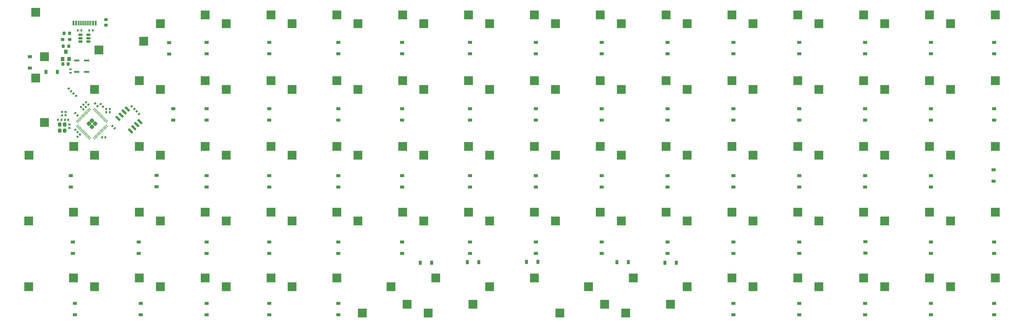
<source format=gbp>
%TF.GenerationSoftware,KiCad,Pcbnew,(6.0.4)*%
%TF.CreationDate,2022-09-08T11:43:24+01:00*%
%TF.ProjectId,nova75,6e6f7661-3735-42e6-9b69-6361645f7063,rev?*%
%TF.SameCoordinates,Original*%
%TF.FileFunction,Paste,Bot*%
%TF.FilePolarity,Positive*%
%FSLAX46Y46*%
G04 Gerber Fmt 4.6, Leading zero omitted, Abs format (unit mm)*
G04 Created by KiCad (PCBNEW (6.0.4)) date 2022-09-08 11:43:24*
%MOMM*%
%LPD*%
G01*
G04 APERTURE LIST*
G04 Aperture macros list*
%AMRoundRect*
0 Rectangle with rounded corners*
0 $1 Rounding radius*
0 $2 $3 $4 $5 $6 $7 $8 $9 X,Y pos of 4 corners*
0 Add a 4 corners polygon primitive as box body*
4,1,4,$2,$3,$4,$5,$6,$7,$8,$9,$2,$3,0*
0 Add four circle primitives for the rounded corners*
1,1,$1+$1,$2,$3*
1,1,$1+$1,$4,$5*
1,1,$1+$1,$6,$7*
1,1,$1+$1,$8,$9*
0 Add four rect primitives between the rounded corners*
20,1,$1+$1,$2,$3,$4,$5,0*
20,1,$1+$1,$4,$5,$6,$7,0*
20,1,$1+$1,$6,$7,$8,$9,0*
20,1,$1+$1,$8,$9,$2,$3,0*%
G04 Aperture macros list end*
%ADD10R,0.900000X1.200000*%
%ADD11R,1.200000X0.900000*%
%ADD12R,2.550000X2.500000*%
%ADD13R,2.500000X2.550000*%
%ADD14RoundRect,0.225000X-0.225000X-0.250000X0.225000X-0.250000X0.225000X0.250000X-0.225000X0.250000X0*%
%ADD15RoundRect,0.135000X0.226274X0.035355X0.035355X0.226274X-0.226274X-0.035355X-0.035355X-0.226274X0*%
%ADD16RoundRect,0.140000X-0.021213X0.219203X-0.219203X0.021213X0.021213X-0.219203X0.219203X-0.021213X0*%
%ADD17RoundRect,0.120000X-0.380000X-0.280000X0.380000X-0.280000X0.380000X0.280000X-0.380000X0.280000X0*%
%ADD18RoundRect,0.150000X0.350000X-0.425000X0.350000X0.425000X-0.350000X0.425000X-0.350000X-0.425000X0*%
%ADD19RoundRect,0.082500X-0.667500X0.192500X-0.667500X-0.192500X0.667500X-0.192500X0.667500X0.192500X0*%
%ADD20R,0.600000X1.450000*%
%ADD21R,0.300000X1.450000*%
%ADD22RoundRect,0.135000X0.185000X-0.135000X0.185000X0.135000X-0.185000X0.135000X-0.185000X-0.135000X0*%
%ADD23RoundRect,0.140000X-0.140000X-0.170000X0.140000X-0.170000X0.140000X0.170000X-0.140000X0.170000X0*%
%ADD24RoundRect,0.250000X0.413257X0.000000X0.000000X0.413257X-0.413257X0.000000X0.000000X-0.413257X0*%
%ADD25RoundRect,0.050000X0.309359X-0.238649X-0.238649X0.309359X-0.309359X0.238649X0.238649X-0.309359X0*%
%ADD26RoundRect,0.050000X0.309359X0.238649X0.238649X0.309359X-0.309359X-0.238649X-0.238649X-0.309359X0*%
%ADD27RoundRect,0.135000X-0.135000X-0.185000X0.135000X-0.185000X0.135000X0.185000X-0.135000X0.185000X0*%
%ADD28RoundRect,0.150000X0.618718X-0.406586X-0.406586X0.618718X-0.618718X0.406586X0.406586X-0.618718X0*%
%ADD29RoundRect,0.135000X-0.226274X-0.035355X-0.035355X-0.226274X0.226274X0.035355X0.035355X0.226274X0*%
%ADD30RoundRect,0.135000X-0.185000X0.135000X-0.185000X-0.135000X0.185000X-0.135000X0.185000X0.135000X0*%
%ADD31RoundRect,0.140000X0.140000X0.170000X-0.140000X0.170000X-0.140000X-0.170000X0.140000X-0.170000X0*%
%ADD32RoundRect,0.140000X-0.219203X-0.021213X-0.021213X-0.219203X0.219203X0.021213X0.021213X0.219203X0*%
%ADD33RoundRect,0.218750X0.256250X-0.218750X0.256250X0.218750X-0.256250X0.218750X-0.256250X-0.218750X0*%
%ADD34RoundRect,0.140000X0.219203X0.021213X0.021213X0.219203X-0.219203X-0.021213X-0.021213X-0.219203X0*%
%ADD35RoundRect,0.150000X0.475000X0.150000X-0.475000X0.150000X-0.475000X-0.150000X0.475000X-0.150000X0*%
%ADD36RoundRect,0.147500X0.172500X-0.147500X0.172500X0.147500X-0.172500X0.147500X-0.172500X-0.147500X0*%
%ADD37RoundRect,0.218750X0.218750X0.256250X-0.218750X0.256250X-0.218750X-0.256250X0.218750X-0.256250X0*%
%ADD38R,1.016000X1.200000*%
G04 APERTURE END LIST*
D10*
X204360700Y-127069330D03*
X201060700Y-127069330D03*
X147464700Y-127196330D03*
X144164700Y-127196330D03*
D11*
X310191700Y-142317330D03*
X310191700Y-139017330D03*
X291891700Y-142317330D03*
X291891700Y-139017330D03*
X272841700Y-142317330D03*
X272841700Y-139017330D03*
X253791700Y-142317330D03*
X253791700Y-139017330D03*
X234741700Y-142317330D03*
X234741700Y-139017330D03*
D10*
X218203700Y-127196330D03*
X214903700Y-127196330D03*
X178198700Y-126942330D03*
X174898700Y-126942330D03*
X161053700Y-127069330D03*
X157753700Y-127069330D03*
D11*
X120441700Y-142317330D03*
X120441700Y-139017330D03*
X100491700Y-142317330D03*
X100491700Y-139017330D03*
X82341700Y-142317330D03*
X82341700Y-139017330D03*
X63291700Y-142317330D03*
X63291700Y-139017330D03*
X44241700Y-142317330D03*
X44241700Y-139017330D03*
X310191700Y-124492330D03*
X310191700Y-121192330D03*
X291891700Y-124492330D03*
X291891700Y-121192330D03*
X272924997Y-124476607D03*
X272924997Y-121176607D03*
X253791700Y-124492330D03*
X253791700Y-121192330D03*
X234741700Y-124492330D03*
X234741700Y-121192330D03*
X215691700Y-124492330D03*
X215691700Y-121192330D03*
X196641700Y-124492330D03*
X196641700Y-121192330D03*
X177591700Y-124492330D03*
X177591700Y-121192330D03*
X158541700Y-124492330D03*
X158541700Y-121192330D03*
X138941700Y-124492330D03*
X138941700Y-121192330D03*
X120441700Y-124492330D03*
X120441700Y-121192330D03*
X100491700Y-124492330D03*
X100491700Y-121192330D03*
X82341700Y-124492330D03*
X82341700Y-121192330D03*
X62741700Y-124492330D03*
X62741700Y-121192330D03*
X43691700Y-124492330D03*
X43691700Y-121192330D03*
X310025700Y-103650000D03*
X310025700Y-100350000D03*
X291891700Y-105317330D03*
X291891700Y-102017330D03*
X272841700Y-105317330D03*
X272841700Y-102017330D03*
X253791700Y-105317330D03*
X253791700Y-102017330D03*
X234741700Y-105317330D03*
X234741700Y-102017330D03*
X215691700Y-105317330D03*
X215691700Y-102017330D03*
X196641700Y-105317330D03*
X196641700Y-102017330D03*
X177591700Y-105317330D03*
X177591700Y-102017330D03*
X158541700Y-105317330D03*
X158541700Y-102017330D03*
X138941700Y-105317330D03*
X138941700Y-102017330D03*
X120441700Y-105317330D03*
X120441700Y-102017330D03*
X100491700Y-105317330D03*
X100491700Y-102017330D03*
X82341700Y-105317330D03*
X82341700Y-102017330D03*
X67836700Y-105224330D03*
X67836700Y-101924330D03*
X43071700Y-105317330D03*
X43071700Y-102017330D03*
X310191700Y-85892330D03*
X310191700Y-82592330D03*
X291891700Y-85892330D03*
X291891700Y-82592330D03*
X272841700Y-85892330D03*
X272841700Y-82592330D03*
X253791700Y-85892330D03*
X253791700Y-82592330D03*
X234741700Y-85892330D03*
X234741700Y-82592330D03*
X215691700Y-85892330D03*
X215691700Y-82592330D03*
X196641700Y-85892330D03*
X196641700Y-82592330D03*
X177591700Y-85892330D03*
X177591700Y-82592330D03*
X158541700Y-85892330D03*
X158541700Y-82592330D03*
X138941700Y-85892330D03*
X138941700Y-82592330D03*
X120441700Y-85892330D03*
X120441700Y-82592330D03*
X100491700Y-85892330D03*
X100491700Y-82592330D03*
X82341700Y-85892330D03*
X82341700Y-82592330D03*
X72662700Y-85920330D03*
X72662700Y-82620330D03*
D10*
X39133700Y-71951330D03*
X35833700Y-71951330D03*
D11*
X310191700Y-66692330D03*
X310191700Y-63392330D03*
X291891700Y-66692330D03*
X291891700Y-63392330D03*
X272841700Y-66692330D03*
X272841700Y-63392330D03*
X253791700Y-66692330D03*
X253791700Y-63392330D03*
X234741700Y-66692330D03*
X234741700Y-63392330D03*
X215691700Y-66692330D03*
X215691700Y-63392330D03*
X196641700Y-66692330D03*
X196641700Y-63392330D03*
X177591700Y-66692330D03*
X177591700Y-63392330D03*
X158541700Y-66692330D03*
X158541700Y-63392330D03*
X138941700Y-66692330D03*
X138941700Y-63392330D03*
X120441700Y-66692330D03*
X120441700Y-63392330D03*
X100491700Y-66692330D03*
X100491700Y-63392330D03*
X82341700Y-66692330D03*
X82341700Y-63392330D03*
X71519700Y-66743330D03*
X71519700Y-63443330D03*
X31229641Y-70880974D03*
X31229641Y-67580974D03*
D12*
X145206700Y-77006330D03*
X158133700Y-74466330D03*
X107106700Y-77006330D03*
X120033700Y-74466330D03*
X164256700Y-57956330D03*
X177183700Y-55416330D03*
X221406700Y-134156330D03*
X234333700Y-131616330D03*
X140326700Y-139236330D03*
X127399700Y-141776330D03*
X164256700Y-77006330D03*
X177183700Y-74466330D03*
X221406700Y-57956330D03*
X234333700Y-55416330D03*
X278556700Y-96056330D03*
X291483700Y-93516330D03*
X107106700Y-57956330D03*
X120033700Y-55416330D03*
X183306700Y-96056330D03*
X196233700Y-93516330D03*
X49956700Y-77006330D03*
X62883700Y-74466330D03*
X69006700Y-57956330D03*
X81933700Y-55416330D03*
X135681700Y-134156330D03*
X148608700Y-131616330D03*
X240456700Y-57956330D03*
X253383700Y-55416330D03*
X88056700Y-115106330D03*
X100983700Y-112566330D03*
X259506700Y-96056330D03*
X272433700Y-93516330D03*
X297606700Y-96056330D03*
X310533700Y-93516330D03*
X88056700Y-96056330D03*
X100983700Y-93516330D03*
X30906700Y-134156330D03*
X43833700Y-131616330D03*
X126156700Y-77006330D03*
X139083700Y-74466330D03*
D13*
X35451700Y-67581330D03*
X32911700Y-54654330D03*
D12*
X69006700Y-115106330D03*
X81933700Y-112566330D03*
X145206700Y-115106330D03*
X158133700Y-112566330D03*
X259506700Y-134156330D03*
X272433700Y-131616330D03*
X221406700Y-96056330D03*
X234333700Y-93516330D03*
X64126700Y-63036330D03*
X51199700Y-65576330D03*
X69006700Y-77006330D03*
X81933700Y-74466330D03*
X145206700Y-57956330D03*
X158133700Y-55416330D03*
X202356700Y-57956330D03*
X215283700Y-55416330D03*
X183306700Y-77006330D03*
X196233700Y-74466330D03*
X297606700Y-77006330D03*
X310533700Y-74466330D03*
X202356700Y-115106330D03*
X215283700Y-112566330D03*
X278556700Y-115106330D03*
X291483700Y-112566330D03*
X49956700Y-134156330D03*
X62883700Y-131616330D03*
X259506700Y-115106330D03*
X272433700Y-112566330D03*
X145206700Y-96056330D03*
X158133700Y-93516330D03*
X183306700Y-115106330D03*
X196233700Y-112566330D03*
X297606700Y-57956330D03*
X310533700Y-55416330D03*
X69006700Y-96056330D03*
X81933700Y-93516330D03*
X30979433Y-96052690D03*
X43906433Y-93512690D03*
X164256700Y-96056330D03*
X177183700Y-93516330D03*
X88056700Y-57956330D03*
X100983700Y-55416330D03*
X240456700Y-77006330D03*
X253383700Y-74466330D03*
X278556700Y-57956330D03*
X291483700Y-55416330D03*
X259506700Y-77006330D03*
X272433700Y-74466330D03*
X216526700Y-139236330D03*
X203599700Y-141776330D03*
X297606700Y-115106330D03*
X310533700Y-112566330D03*
X126156700Y-57956330D03*
X139083700Y-55416330D03*
X297606700Y-134156330D03*
X310533700Y-131616330D03*
X88056700Y-77006330D03*
X100983700Y-74466330D03*
X192831700Y-134156330D03*
X205758700Y-131616330D03*
X202356700Y-77006330D03*
X215283700Y-74466330D03*
X164256700Y-134156330D03*
X177183700Y-131616330D03*
X259506700Y-57956330D03*
X272433700Y-55416330D03*
X164256700Y-115106330D03*
X177183700Y-112566330D03*
X278556700Y-134156330D03*
X291483700Y-131616330D03*
X126156700Y-115106330D03*
X139083700Y-112566330D03*
X88056700Y-134156330D03*
X100983700Y-131616330D03*
X221406700Y-115106330D03*
X234333700Y-112566330D03*
X240456700Y-134156330D03*
X253383700Y-131616330D03*
X49956700Y-115106330D03*
X62883700Y-112566330D03*
X159376700Y-139236330D03*
X146449700Y-141776330D03*
X197476700Y-139236330D03*
X184549700Y-141776330D03*
X278556700Y-77006330D03*
X291483700Y-74466330D03*
X107106700Y-96056330D03*
X120033700Y-93516330D03*
X30906700Y-115106330D03*
X43833700Y-112566330D03*
X183306700Y-57956330D03*
X196233700Y-55416330D03*
D13*
X35451700Y-86631330D03*
X32911700Y-73704330D03*
D12*
X69006700Y-134156330D03*
X81933700Y-131616330D03*
X221406700Y-77006330D03*
X234333700Y-74466330D03*
X240456700Y-96056330D03*
X253383700Y-93516330D03*
X202356700Y-96056330D03*
X215283700Y-93516330D03*
X107106700Y-134156330D03*
X120033700Y-131616330D03*
X49956700Y-96056330D03*
X62883700Y-93516330D03*
X107106700Y-115106330D03*
X120033700Y-112566330D03*
X240456700Y-115106330D03*
X253383700Y-112566330D03*
X126156700Y-96056330D03*
X139083700Y-93516330D03*
D14*
X40899700Y-64458330D03*
X42449700Y-64458330D03*
D15*
X43178324Y-77518954D03*
X42457076Y-76797706D03*
D16*
X45697288Y-90046098D03*
X45018466Y-90724920D03*
D17*
X40665920Y-62548108D03*
X42765920Y-62548108D03*
D18*
X39852946Y-88966455D03*
X39852946Y-87216455D03*
X41252946Y-87216455D03*
X41252946Y-88966455D03*
D19*
X47643700Y-68675330D03*
X47643700Y-71925330D03*
D16*
X47422963Y-82112492D03*
X46744141Y-82791314D03*
D20*
X43799181Y-57783330D03*
X44599181Y-57783330D03*
D21*
X45799181Y-57783330D03*
X46799181Y-57783330D03*
X47299181Y-57783330D03*
X48299181Y-57783330D03*
D20*
X49499181Y-57783330D03*
X50299181Y-57783330D03*
X50299181Y-57783330D03*
X49499181Y-57783330D03*
D21*
X48799181Y-57783330D03*
X47799181Y-57783330D03*
X46299181Y-57783330D03*
X45299181Y-57783330D03*
D20*
X44599181Y-57783330D03*
X43799181Y-57783330D03*
D22*
X42944700Y-72207330D03*
X42944700Y-71187330D03*
D23*
X53344214Y-82673752D03*
X54304214Y-82673752D03*
D24*
X49188946Y-87850016D03*
X48287385Y-86948455D03*
X50090507Y-86948455D03*
X49188946Y-86046894D03*
D25*
X53458103Y-87540657D03*
X53175260Y-87823500D03*
X52892418Y-88106342D03*
X52609575Y-88389185D03*
X52326732Y-88672028D03*
X52043890Y-88954870D03*
X51761047Y-89237713D03*
X51478204Y-89520556D03*
X51195361Y-89803399D03*
X50912519Y-90086241D03*
X50629676Y-90369084D03*
X50346833Y-90651927D03*
X50063991Y-90934769D03*
X49781148Y-91217612D03*
D26*
X48596744Y-91217612D03*
X48313901Y-90934769D03*
X48031059Y-90651927D03*
X47748216Y-90369084D03*
X47465373Y-90086241D03*
X47182531Y-89803399D03*
X46899688Y-89520556D03*
X46616845Y-89237713D03*
X46334002Y-88954870D03*
X46051160Y-88672028D03*
X45768317Y-88389185D03*
X45485474Y-88106342D03*
X45202632Y-87823500D03*
X44919789Y-87540657D03*
D25*
X44919789Y-86356253D03*
X45202632Y-86073410D03*
X45485474Y-85790568D03*
X45768317Y-85507725D03*
X46051160Y-85224882D03*
X46334002Y-84942040D03*
X46616845Y-84659197D03*
X46899688Y-84376354D03*
X47182531Y-84093511D03*
X47465373Y-83810669D03*
X47748216Y-83527826D03*
X48031059Y-83244983D03*
X48313901Y-82962141D03*
X48596744Y-82679298D03*
D26*
X49781148Y-82679298D03*
X50063991Y-82962141D03*
X50346833Y-83244983D03*
X50629676Y-83527826D03*
X50912519Y-83810669D03*
X51195361Y-84093511D03*
X51478204Y-84376354D03*
X51761047Y-84659197D03*
X52043890Y-84942040D03*
X52326732Y-85224882D03*
X52609575Y-85507725D03*
X52892418Y-85790568D03*
X53175260Y-86073410D03*
X53458103Y-86356253D03*
D27*
X45101700Y-59886330D03*
X46121700Y-59886330D03*
D23*
X52116877Y-90937455D03*
X53076877Y-90937455D03*
D15*
X61411812Y-82695799D03*
X60690564Y-81974551D03*
D28*
X63029115Y-86316532D03*
X62131090Y-87214557D03*
X61233064Y-88112583D03*
X60335039Y-89010608D03*
X56693439Y-85369008D03*
X57591464Y-84470983D03*
X58489490Y-83572957D03*
X59387515Y-82674932D03*
D19*
X44722700Y-68675330D03*
X44722700Y-71925330D03*
D29*
X50077076Y-81115706D03*
X50798324Y-81836954D03*
D30*
X40531700Y-83503970D03*
X40531700Y-84523970D03*
D31*
X42332946Y-85841455D03*
X41372946Y-85841455D03*
D32*
X55051466Y-87611559D03*
X55730288Y-88290381D03*
D23*
X53344214Y-83658978D03*
X54304214Y-83658978D03*
D14*
X40772700Y-69665330D03*
X42322700Y-69665330D03*
D33*
X53231700Y-58387830D03*
X53231700Y-56812830D03*
D15*
X44575324Y-78915954D03*
X43854076Y-78194706D03*
D34*
X48127611Y-81451963D03*
X47448789Y-80773141D03*
D29*
X62091453Y-83399346D03*
X62812701Y-84120594D03*
D35*
X48183700Y-61222330D03*
X48183700Y-62172330D03*
X48183700Y-63122330D03*
X45833700Y-63122330D03*
X45833700Y-62172330D03*
X45833700Y-61222330D03*
D30*
X42602946Y-87181455D03*
X42602946Y-88201455D03*
D29*
X51674736Y-81295552D03*
X52395984Y-82016800D03*
D36*
X41547700Y-84498970D03*
X41547700Y-83528970D03*
D37*
X42716200Y-60775330D03*
X41141200Y-60775330D03*
D16*
X46727168Y-81413306D03*
X46048346Y-82092128D03*
D23*
X39372946Y-85841455D03*
X40332946Y-85841455D03*
D38*
X42565920Y-68185330D03*
X40665920Y-68185330D03*
X41615920Y-66065330D03*
D34*
X44992201Y-89377715D03*
X44313379Y-88698893D03*
X45020085Y-84568169D03*
X44341263Y-83889347D03*
D27*
X48403700Y-59886330D03*
X49423700Y-59886330D03*
M02*

</source>
